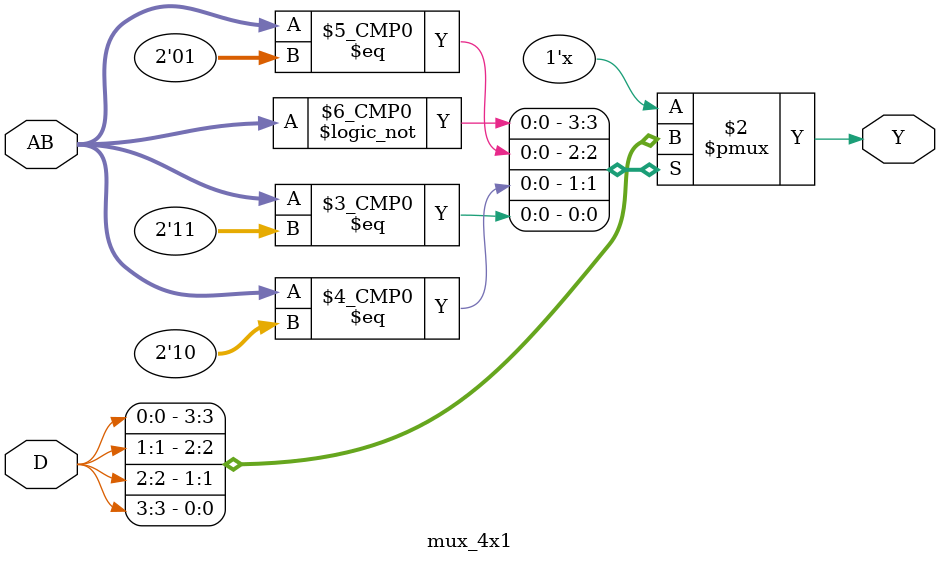
<source format=v>
/********************************************************************
 Title       : mux_4x1.v	     		 
 Design      : 4-to-1 Multiplexer 
 Author      : David J. Marion		     	
 Func. Check : None
 Include Mods: None
*********************************************************************/
module mux_4x1(
	//Inputs
	input [3:0] D,	// 4-bit data input
	input [1:0] AB,	// 2-bit selector input
	//Ouputs
	output reg Y	// Data output
);

always @ (*) begin
	case (AB)
		2'b00 : Y = D[0];
		2'b01 : Y = D[1];
		2'b10 : Y = D[2];
		2'b11 : Y = D[3];
		default : Y = D[0];
	endcase
end

endmodule


</source>
